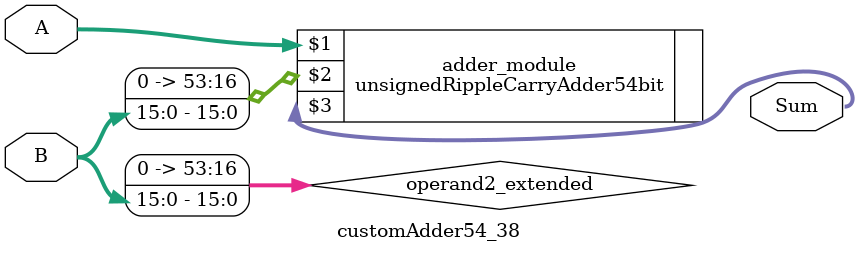
<source format=v>
module customAdder54_38(
                        input [53 : 0] A,
                        input [15 : 0] B,
                        
                        output [54 : 0] Sum
                );

        wire [53 : 0] operand2_extended;
        
        assign operand2_extended =  {38'b0, B};
        
        unsignedRippleCarryAdder54bit adder_module(
            A,
            operand2_extended,
            Sum
        );
        
        endmodule
        
</source>
